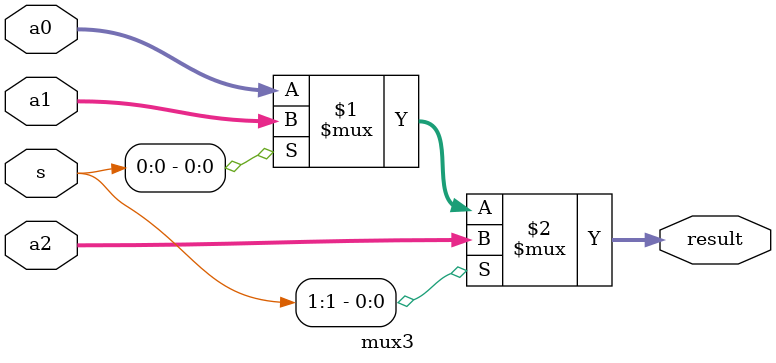
<source format=sv>
module mux3 #(parameter WIDTH = 8)(
				input logic [WIDTH-1:0] a0,a1,a2,
				input logic [1:0] s,
				output logic [WIDTH-1:0] result);
				
	assign result = s[1] ? a2 : (s[0] ? a1 : a0);
endmodule
</source>
